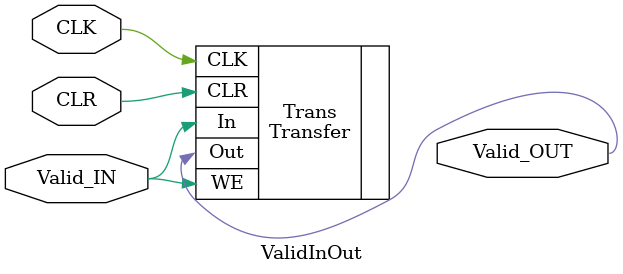
<source format=v>
module ValidInOut #(parameter n=12)
		(
		input wire CLK,CLR,Valid_IN,
		output wire Valid_OUT
		);

		Transfer #(.n(n),.Datawidth(1)) Trans
		(
		.CLK(CLK),.CLR(CLR),.WE(Valid_IN),
		.In(Valid_IN),
		.Out(Valid_OUT)
		);

		
endmodule

</source>
